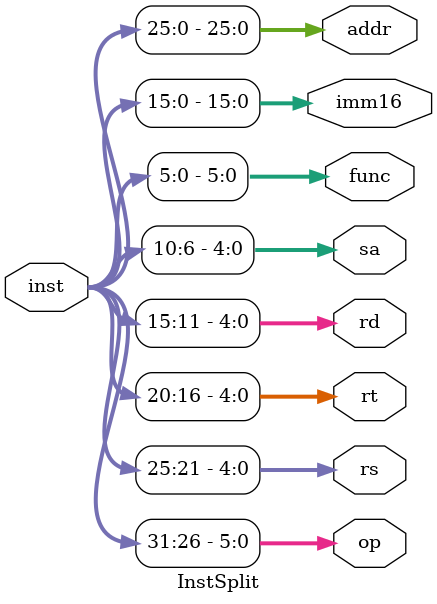
<source format=v>
`timescale 1ns / 1ps


module InstSplit(
    input      [31:0] inst,
    output reg [5:0]  op,
    output reg [4:0]  rs,
    output reg [4:0]  rt,
    output reg [4:0]  rd,
    output reg [4:0]  sa,
    output reg [5:0]  func,
    output reg [15:0] imm16,
    output reg [25:0] addr
);
    always @(inst) begin
        op = inst[31:26];
        rs = inst[25:21];
        rt = inst[20:16];
        rd = inst[15:11];
        sa = inst[10:6];
        func = inst[5:0];
        imm16 = inst[15:0];
        addr = inst[25:0];
    end
    
endmodule

</source>
